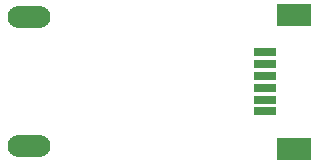
<source format=gbr>
G04 GENERATED BY PULSONIX 7.0 GERBER.DLL 4573*
%INI2C_TO_USB_BRIDGE_V1_0_2*%
%LNGERBER_SOLDERMASK_BOTTOM*%
%FSLAX33Y33*%
%IPPOS*%
%LPD*%
%OFA0B0*%
%MOMM*%
%ADD6195O,3.651X1.851*%
%ADD6196R,1.951X0.651*%
%ADD6197R,2.851X1.951*%
X0Y0D02*
D02*
D6195*
X118053Y120478D03*
Y131378D03*
D02*
D6196*
X138053Y123428D03*
Y124428D03*
Y125428D03*
Y126428D03*
Y127428D03*
Y128428D03*
D02*
D6197*
X140453Y120278D03*
Y131578D03*
X0Y0D02*
M02*

</source>
